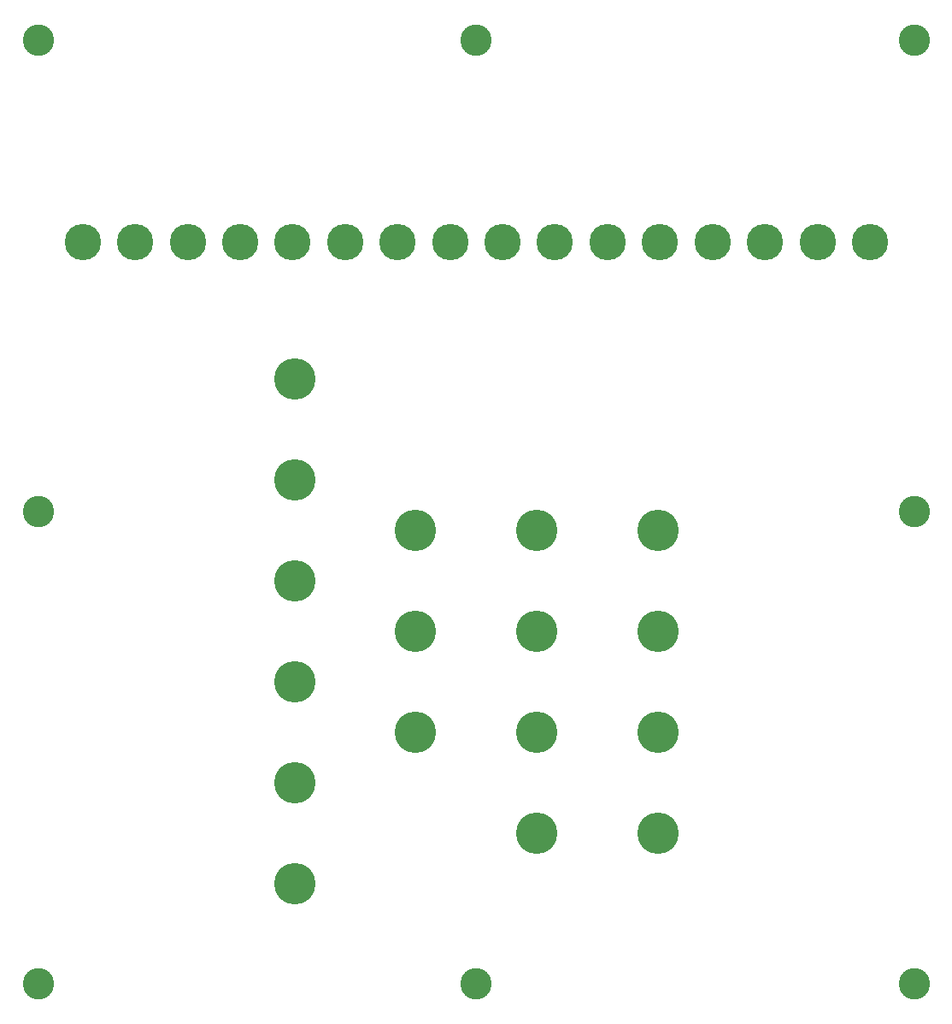
<source format=gbr>
G04 #@! TF.FileFunction,Soldermask,Bot*
%FSLAX46Y46*%
G04 Gerber Fmt 4.6, Leading zero omitted, Abs format (unit mm)*
G04 Created by KiCad (PCBNEW 4.0.7) date Friday, July 13, 2018 'AMt' 10:09:28 AM*
%MOMM*%
%LPD*%
G01*
G04 APERTURE LIST*
%ADD10C,0.100000*%
%ADD11C,3.100000*%
%ADD12C,4.100000*%
%ADD13C,3.600000*%
G04 APERTURE END LIST*
D10*
D11*
X143390000Y-146720000D03*
X100000000Y-146720000D03*
X56610000Y-146720000D03*
X143390000Y-100000000D03*
X56610000Y-100000000D03*
X143390000Y-53280000D03*
X100000000Y-53280000D03*
D12*
X82000000Y-136830000D03*
X82000000Y-86830000D03*
X82000000Y-96830000D03*
X82000000Y-106830000D03*
X82000000Y-116830000D03*
X82000000Y-126830000D03*
X106000000Y-131830000D03*
X118000000Y-131830000D03*
X94000000Y-121830000D03*
X106000000Y-121830000D03*
X118000000Y-121830000D03*
X94000000Y-111830000D03*
X106000000Y-111830000D03*
X118000000Y-111830000D03*
X94000000Y-101830000D03*
X106000000Y-101830000D03*
D13*
X61000000Y-73280000D03*
X66200000Y-73280000D03*
X71400000Y-73280000D03*
X76600000Y-73280000D03*
X81800000Y-73280000D03*
X87000000Y-73280000D03*
X92200000Y-73280000D03*
X97400000Y-73280000D03*
X102600000Y-73280000D03*
X107800000Y-73280000D03*
X113000000Y-73280000D03*
X118200000Y-73280000D03*
X123400000Y-73280000D03*
X128600000Y-73280000D03*
X133800000Y-73280000D03*
X139000000Y-73280000D03*
D12*
X118000000Y-101830000D03*
D11*
X56610000Y-53280000D03*
M02*

</source>
